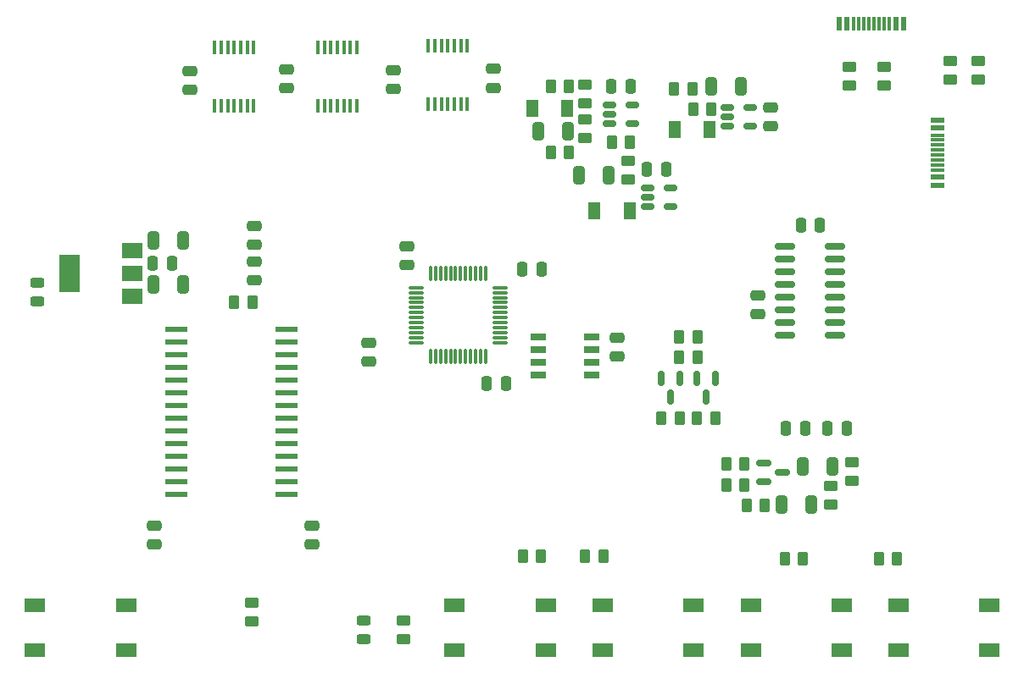
<source format=gtp>
%TF.GenerationSoftware,KiCad,Pcbnew,(6.0.5)*%
%TF.CreationDate,2023-10-27T13:21:37+02:00*%
%TF.ProjectId,Tape_Emulator,54617065-5f45-46d7-956c-61746f722e6b,rev?*%
%TF.SameCoordinates,Original*%
%TF.FileFunction,Paste,Top*%
%TF.FilePolarity,Positive*%
%FSLAX46Y46*%
G04 Gerber Fmt 4.6, Leading zero omitted, Abs format (unit mm)*
G04 Created by KiCad (PCBNEW (6.0.5)) date 2023-10-27 13:21:37*
%MOMM*%
%LPD*%
G01*
G04 APERTURE LIST*
G04 Aperture macros list*
%AMRoundRect*
0 Rectangle with rounded corners*
0 $1 Rounding radius*
0 $2 $3 $4 $5 $6 $7 $8 $9 X,Y pos of 4 corners*
0 Add a 4 corners polygon primitive as box body*
4,1,4,$2,$3,$4,$5,$6,$7,$8,$9,$2,$3,0*
0 Add four circle primitives for the rounded corners*
1,1,$1+$1,$2,$3*
1,1,$1+$1,$4,$5*
1,1,$1+$1,$6,$7*
1,1,$1+$1,$8,$9*
0 Add four rect primitives between the rounded corners*
20,1,$1+$1,$2,$3,$4,$5,0*
20,1,$1+$1,$4,$5,$6,$7,0*
20,1,$1+$1,$6,$7,$8,$9,0*
20,1,$1+$1,$8,$9,$2,$3,0*%
G04 Aperture macros list end*
%ADD10RoundRect,0.250000X-0.262500X-0.450000X0.262500X-0.450000X0.262500X0.450000X-0.262500X0.450000X0*%
%ADD11RoundRect,0.250000X-0.325000X-0.650000X0.325000X-0.650000X0.325000X0.650000X-0.325000X0.650000X0*%
%ADD12R,0.450000X1.475000*%
%ADD13RoundRect,0.150000X-0.512500X-0.150000X0.512500X-0.150000X0.512500X0.150000X-0.512500X0.150000X0*%
%ADD14RoundRect,0.243750X0.456250X-0.243750X0.456250X0.243750X-0.456250X0.243750X-0.456250X-0.243750X0*%
%ADD15R,2.100000X1.400000*%
%ADD16RoundRect,0.250000X0.450000X-0.262500X0.450000X0.262500X-0.450000X0.262500X-0.450000X-0.262500X0*%
%ADD17RoundRect,0.250000X0.325000X0.650000X-0.325000X0.650000X-0.325000X-0.650000X0.325000X-0.650000X0*%
%ADD18R,1.500000X0.650000*%
%ADD19RoundRect,0.250000X-0.475000X0.250000X-0.475000X-0.250000X0.475000X-0.250000X0.475000X0.250000X0*%
%ADD20R,1.300000X1.700000*%
%ADD21R,0.600000X1.450000*%
%ADD22R,0.300000X1.450000*%
%ADD23RoundRect,0.150000X-0.587500X-0.150000X0.587500X-0.150000X0.587500X0.150000X-0.587500X0.150000X0*%
%ADD24RoundRect,0.250000X-0.250000X-0.475000X0.250000X-0.475000X0.250000X0.475000X-0.250000X0.475000X0*%
%ADD25RoundRect,0.250000X-0.450000X0.262500X-0.450000X-0.262500X0.450000X-0.262500X0.450000X0.262500X0*%
%ADD26RoundRect,0.250000X0.475000X-0.250000X0.475000X0.250000X-0.475000X0.250000X-0.475000X-0.250000X0*%
%ADD27R,1.450000X0.600000*%
%ADD28R,1.450000X0.300000*%
%ADD29R,2.200000X0.600000*%
%ADD30RoundRect,0.150000X-0.850000X-0.150000X0.850000X-0.150000X0.850000X0.150000X-0.850000X0.150000X0*%
%ADD31RoundRect,0.250000X0.262500X0.450000X-0.262500X0.450000X-0.262500X-0.450000X0.262500X-0.450000X0*%
%ADD32RoundRect,0.250000X0.250000X0.475000X-0.250000X0.475000X-0.250000X-0.475000X0.250000X-0.475000X0*%
%ADD33RoundRect,0.150000X-0.150000X0.587500X-0.150000X-0.587500X0.150000X-0.587500X0.150000X0.587500X0*%
%ADD34R,2.000000X1.500000*%
%ADD35R,2.000000X3.800000*%
%ADD36RoundRect,0.075000X-0.662500X-0.075000X0.662500X-0.075000X0.662500X0.075000X-0.662500X0.075000X0*%
%ADD37RoundRect,0.075000X-0.075000X-0.662500X0.075000X-0.662500X0.075000X0.662500X-0.075000X0.662500X0*%
G04 APERTURE END LIST*
D10*
%TO.C,R14*%
X145899500Y-107315000D03*
X147724500Y-107315000D03*
%TD*%
%TO.C,R25*%
X149709500Y-112649000D03*
X151534500Y-112649000D03*
%TD*%
%TO.C,R17*%
X126341500Y-65405000D03*
X128166500Y-65405000D03*
%TD*%
D11*
%TO.C,C10*%
X149401000Y-107188000D03*
X152351000Y-107188000D03*
%TD*%
D12*
%TO.C,IC4*%
X114128000Y-67200000D03*
X114778000Y-67200000D03*
X115428000Y-67200000D03*
X116078000Y-67200000D03*
X116728000Y-67200000D03*
X117378000Y-67200000D03*
X118028000Y-67200000D03*
X118028000Y-61324000D03*
X117378000Y-61324000D03*
X116728000Y-61324000D03*
X116078000Y-61324000D03*
X115428000Y-61324000D03*
X114778000Y-61324000D03*
X114128000Y-61324000D03*
%TD*%
D13*
%TO.C,U5*%
X144023500Y-67503000D03*
X144023500Y-68453000D03*
X144023500Y-69403000D03*
X146298500Y-69403000D03*
X146298500Y-67503000D03*
%TD*%
D10*
%TO.C,R1*%
X139168500Y-90424000D03*
X140993500Y-90424000D03*
%TD*%
%TO.C,R9*%
X138660500Y-65659000D03*
X140485500Y-65659000D03*
%TD*%
D14*
%TO.C,D5*%
X107696000Y-120698500D03*
X107696000Y-118823500D03*
%TD*%
D10*
%TO.C,R26*%
X159107500Y-112649000D03*
X160932500Y-112649000D03*
%TD*%
D15*
%TO.C,S5*%
X74825000Y-117257000D03*
X83925000Y-117257000D03*
X74825000Y-121757000D03*
X83925000Y-121757000D03*
%TD*%
D16*
%TO.C,R21*%
X166243000Y-64666500D03*
X166243000Y-62841500D03*
%TD*%
D17*
%TO.C,C7*%
X132158000Y-74295000D03*
X129208000Y-74295000D03*
%TD*%
D18*
%TO.C,IC1*%
X130462000Y-94234000D03*
X130462000Y-92964000D03*
X130462000Y-91694000D03*
X130462000Y-90424000D03*
X125062000Y-90424000D03*
X125062000Y-91694000D03*
X125062000Y-92964000D03*
X125062000Y-94234000D03*
%TD*%
D14*
%TO.C,D4*%
X75057000Y-86916500D03*
X75057000Y-85041500D03*
%TD*%
D11*
%TO.C,C1*%
X86663000Y-80772000D03*
X89613000Y-80772000D03*
%TD*%
D16*
%TO.C,R7*%
X129794000Y-67079500D03*
X129794000Y-65254500D03*
%TD*%
D19*
%TO.C,C15*%
X86741000Y-109286000D03*
X86741000Y-111186000D03*
%TD*%
D15*
%TO.C,S3*%
X146326000Y-117257000D03*
X155426000Y-117257000D03*
X146326000Y-121757000D03*
X155426000Y-121757000D03*
%TD*%
D20*
%TO.C,D1*%
X130711000Y-77851000D03*
X134211000Y-77851000D03*
%TD*%
D21*
%TO.C,J7*%
X161621000Y-59081000D03*
X160821000Y-59081000D03*
D22*
X159621000Y-59081000D03*
X158621000Y-59081000D03*
X158121000Y-59081000D03*
X157121000Y-59081000D03*
D21*
X155921000Y-59081000D03*
X155121000Y-59081000D03*
X155121000Y-59081000D03*
X155921000Y-59081000D03*
D22*
X156621000Y-59081000D03*
X157621000Y-59081000D03*
X159121000Y-59081000D03*
X160121000Y-59081000D03*
D21*
X160821000Y-59081000D03*
X161621000Y-59081000D03*
%TD*%
D10*
%TO.C,R8*%
X132437500Y-70993000D03*
X134262500Y-70993000D03*
%TD*%
D15*
%TO.C,S4*%
X161058000Y-117257000D03*
X170158000Y-117257000D03*
X161058000Y-121757000D03*
X170158000Y-121757000D03*
%TD*%
D20*
%TO.C,D2*%
X142212000Y-69723000D03*
X138712000Y-69723000D03*
%TD*%
D12*
%TO.C,IC2*%
X92792000Y-67327000D03*
X93442000Y-67327000D03*
X94092000Y-67327000D03*
X94742000Y-67327000D03*
X95392000Y-67327000D03*
X96042000Y-67327000D03*
X96692000Y-67327000D03*
X96692000Y-61451000D03*
X96042000Y-61451000D03*
X95392000Y-61451000D03*
X94742000Y-61451000D03*
X94092000Y-61451000D03*
X93442000Y-61451000D03*
X92792000Y-61451000D03*
%TD*%
D23*
%TO.C,Q3*%
X147652500Y-103063000D03*
X147652500Y-104963000D03*
X149527500Y-104013000D03*
%TD*%
D24*
%TO.C,C27*%
X135956000Y-73660000D03*
X137856000Y-73660000D03*
%TD*%
D25*
%TO.C,R19*%
X156210000Y-63476500D03*
X156210000Y-65301500D03*
%TD*%
D26*
%TO.C,C22*%
X112014000Y-83246000D03*
X112014000Y-81346000D03*
%TD*%
D24*
%TO.C,C3*%
X86614000Y-83058000D03*
X88514000Y-83058000D03*
%TD*%
D19*
%TO.C,C4*%
X96774000Y-79314000D03*
X96774000Y-81214000D03*
%TD*%
D26*
%TO.C,C21*%
X132969000Y-92390000D03*
X132969000Y-90490000D03*
%TD*%
D27*
%TO.C,J8*%
X164992000Y-75259000D03*
X164992000Y-74459000D03*
D28*
X164992000Y-73259000D03*
X164992000Y-72259000D03*
X164992000Y-71759000D03*
X164992000Y-70759000D03*
D27*
X164992000Y-69559000D03*
X164992000Y-68759000D03*
X164992000Y-68759000D03*
X164992000Y-69559000D03*
D28*
X164992000Y-70259000D03*
X164992000Y-71259000D03*
X164992000Y-72759000D03*
X164992000Y-73759000D03*
D27*
X164992000Y-74459000D03*
X164992000Y-75259000D03*
%TD*%
D29*
%TO.C,U6*%
X88988000Y-89662000D03*
X88988000Y-90932000D03*
X88988000Y-92202000D03*
X88988000Y-93472000D03*
X88988000Y-94742000D03*
X88988000Y-96012000D03*
X88988000Y-97282000D03*
X88988000Y-98552000D03*
X88988000Y-99822000D03*
X88988000Y-101092000D03*
X88988000Y-102362000D03*
X88988000Y-103632000D03*
X88988000Y-104902000D03*
X88988000Y-106172000D03*
X99988000Y-106172000D03*
X99988000Y-104902000D03*
X99988000Y-103632000D03*
X99988000Y-102362000D03*
X99988000Y-101092000D03*
X99988000Y-99822000D03*
X99988000Y-98552000D03*
X99988000Y-97282000D03*
X99988000Y-96012000D03*
X99988000Y-94742000D03*
X99988000Y-93472000D03*
X99988000Y-92202000D03*
X99988000Y-90932000D03*
X99988000Y-89662000D03*
%TD*%
D13*
%TO.C,U3*%
X132212500Y-67249000D03*
X132212500Y-68199000D03*
X132212500Y-69149000D03*
X134487500Y-69149000D03*
X134487500Y-67249000D03*
%TD*%
D15*
%TO.C,S2*%
X131513000Y-117257000D03*
X140613000Y-117257000D03*
X131513000Y-121757000D03*
X140613000Y-121757000D03*
%TD*%
D10*
%TO.C,R6*%
X126341500Y-72009000D03*
X128166500Y-72009000D03*
%TD*%
D12*
%TO.C,IC3*%
X103079000Y-67327000D03*
X103729000Y-67327000D03*
X104379000Y-67327000D03*
X105029000Y-67327000D03*
X105679000Y-67327000D03*
X106329000Y-67327000D03*
X106979000Y-67327000D03*
X106979000Y-61451000D03*
X106329000Y-61451000D03*
X105679000Y-61451000D03*
X105029000Y-61451000D03*
X104379000Y-61451000D03*
X103729000Y-61451000D03*
X103079000Y-61451000D03*
%TD*%
D30*
%TO.C,U7*%
X149773000Y-81407000D03*
X149773000Y-82677000D03*
X149773000Y-83947000D03*
X149773000Y-85217000D03*
X149773000Y-86487000D03*
X149773000Y-87757000D03*
X149773000Y-89027000D03*
X149773000Y-90297000D03*
X154773000Y-90297000D03*
X154773000Y-89027000D03*
X154773000Y-87757000D03*
X154773000Y-86487000D03*
X154773000Y-85217000D03*
X154773000Y-83947000D03*
X154773000Y-82677000D03*
X154773000Y-81407000D03*
%TD*%
D26*
%TO.C,C23*%
X108204000Y-92898000D03*
X108204000Y-90998000D03*
%TD*%
D25*
%TO.C,R28*%
X111633000Y-118848500D03*
X111633000Y-120673500D03*
%TD*%
D24*
%TO.C,C12*%
X153990000Y-99568000D03*
X155890000Y-99568000D03*
%TD*%
D16*
%TO.C,R16*%
X154305000Y-107211500D03*
X154305000Y-105386500D03*
%TD*%
D31*
%TO.C,R3*%
X142771500Y-98552000D03*
X140946500Y-98552000D03*
%TD*%
D17*
%TO.C,C6*%
X128094000Y-69850000D03*
X125144000Y-69850000D03*
%TD*%
D11*
%TO.C,C8*%
X142416000Y-65405000D03*
X145366000Y-65405000D03*
%TD*%
D25*
%TO.C,R15*%
X156464000Y-102973500D03*
X156464000Y-104798500D03*
%TD*%
D19*
%TO.C,C16*%
X120650000Y-63627000D03*
X120650000Y-65527000D03*
%TD*%
D15*
%TO.C,S1*%
X116735000Y-117257000D03*
X125835000Y-117257000D03*
X116735000Y-121757000D03*
X125835000Y-121757000D03*
%TD*%
D19*
%TO.C,C17*%
X110617000Y-63754000D03*
X110617000Y-65654000D03*
%TD*%
D10*
%TO.C,R23*%
X123547500Y-112395000D03*
X125372500Y-112395000D03*
%TD*%
%TO.C,R11*%
X140565500Y-67691000D03*
X142390500Y-67691000D03*
%TD*%
D19*
%TO.C,C20*%
X99949000Y-63693000D03*
X99949000Y-65593000D03*
%TD*%
D20*
%TO.C,D3*%
X127988000Y-67564000D03*
X124488000Y-67564000D03*
%TD*%
D10*
%TO.C,R24*%
X129770500Y-112395000D03*
X131595500Y-112395000D03*
%TD*%
D32*
%TO.C,C13*%
X153223000Y-79248000D03*
X151323000Y-79248000D03*
%TD*%
D10*
%TO.C,R12*%
X143867500Y-105283000D03*
X145692500Y-105283000D03*
%TD*%
D26*
%TO.C,C5*%
X96774000Y-84770000D03*
X96774000Y-82870000D03*
%TD*%
D33*
%TO.C,Q2*%
X139253000Y-94566500D03*
X137353000Y-94566500D03*
X138303000Y-96441500D03*
%TD*%
%TO.C,Q1*%
X142809000Y-94566500D03*
X140909000Y-94566500D03*
X141859000Y-96441500D03*
%TD*%
D31*
%TO.C,R2*%
X140993500Y-92456000D03*
X139168500Y-92456000D03*
%TD*%
D13*
%TO.C,U4*%
X136022500Y-75504000D03*
X136022500Y-76454000D03*
X136022500Y-77404000D03*
X138297500Y-77404000D03*
X138297500Y-75504000D03*
%TD*%
D31*
%TO.C,R4*%
X139215500Y-98552000D03*
X137390500Y-98552000D03*
%TD*%
D19*
%TO.C,C28*%
X148336000Y-67503000D03*
X148336000Y-69403000D03*
%TD*%
D34*
%TO.C,U2*%
X84557000Y-86374000D03*
D35*
X78257000Y-84074000D03*
D34*
X84557000Y-84074000D03*
X84557000Y-81774000D03*
%TD*%
D16*
%TO.C,R5*%
X129794000Y-70508500D03*
X129794000Y-68683500D03*
%TD*%
D24*
%TO.C,C18*%
X123510000Y-83693000D03*
X125410000Y-83693000D03*
%TD*%
D32*
%TO.C,C25*%
X134300000Y-65405000D03*
X132400000Y-65405000D03*
%TD*%
D16*
%TO.C,R20*%
X169037000Y-64666500D03*
X169037000Y-62841500D03*
%TD*%
D32*
%TO.C,C24*%
X121854000Y-95123000D03*
X119954000Y-95123000D03*
%TD*%
D19*
%TO.C,C19*%
X90297000Y-63820000D03*
X90297000Y-65720000D03*
%TD*%
D36*
%TO.C,U1*%
X112931500Y-85515000D03*
X112931500Y-86015000D03*
X112931500Y-86515000D03*
X112931500Y-87015000D03*
X112931500Y-87515000D03*
X112931500Y-88015000D03*
X112931500Y-88515000D03*
X112931500Y-89015000D03*
X112931500Y-89515000D03*
X112931500Y-90015000D03*
X112931500Y-90515000D03*
X112931500Y-91015000D03*
D37*
X114344000Y-92427500D03*
X114844000Y-92427500D03*
X115344000Y-92427500D03*
X115844000Y-92427500D03*
X116344000Y-92427500D03*
X116844000Y-92427500D03*
X117344000Y-92427500D03*
X117844000Y-92427500D03*
X118344000Y-92427500D03*
X118844000Y-92427500D03*
X119344000Y-92427500D03*
X119844000Y-92427500D03*
D36*
X121256500Y-91015000D03*
X121256500Y-90515000D03*
X121256500Y-90015000D03*
X121256500Y-89515000D03*
X121256500Y-89015000D03*
X121256500Y-88515000D03*
X121256500Y-88015000D03*
X121256500Y-87515000D03*
X121256500Y-87015000D03*
X121256500Y-86515000D03*
X121256500Y-86015000D03*
X121256500Y-85515000D03*
D37*
X119844000Y-84102500D03*
X119344000Y-84102500D03*
X118844000Y-84102500D03*
X118344000Y-84102500D03*
X117844000Y-84102500D03*
X117344000Y-84102500D03*
X116844000Y-84102500D03*
X116344000Y-84102500D03*
X115844000Y-84102500D03*
X115344000Y-84102500D03*
X114844000Y-84102500D03*
X114344000Y-84102500D03*
%TD*%
D11*
%TO.C,C2*%
X86663000Y-85217000D03*
X89613000Y-85217000D03*
%TD*%
D25*
%TO.C,R10*%
X134112000Y-72874500D03*
X134112000Y-74699500D03*
%TD*%
%TO.C,R18*%
X159639000Y-63476500D03*
X159639000Y-65301500D03*
%TD*%
D24*
%TO.C,C11*%
X149865000Y-99568000D03*
X151765000Y-99568000D03*
%TD*%
D10*
%TO.C,R13*%
X143867500Y-103124000D03*
X145692500Y-103124000D03*
%TD*%
D19*
%TO.C,C26*%
X147066000Y-86299000D03*
X147066000Y-88199000D03*
%TD*%
D11*
%TO.C,C9*%
X151560000Y-103378000D03*
X154510000Y-103378000D03*
%TD*%
D31*
%TO.C,R22*%
X96567000Y-86995000D03*
X94742000Y-86995000D03*
%TD*%
D25*
%TO.C,R27*%
X96520000Y-117070500D03*
X96520000Y-118895500D03*
%TD*%
D26*
%TO.C,C14*%
X102489000Y-111186000D03*
X102489000Y-109286000D03*
%TD*%
M02*

</source>
